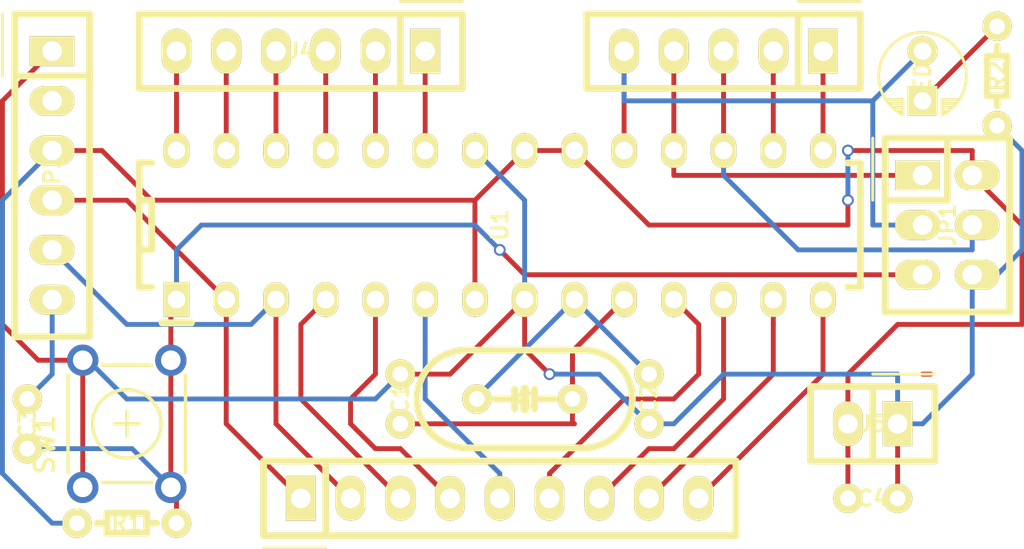
<source format=kicad_pcb>
(kicad_pcb (version 4) (host pcbnew 4.0.6-e0-6349~53~ubuntu16.04.1)

  (general
    (links 54)
    (no_connects 0)
    (area 0 0 0 0)
    (thickness 1.6)
    (drawings 0)
    (tracks 140)
    (zones 0)
    (modules 16)
    (nets 29)
  )

  (page A4)
  (layers
    (0 F.Cu signal)
    (31 B.Cu signal)
    (32 B.Adhes user)
    (33 F.Adhes user)
    (34 B.Paste user)
    (35 F.Paste user)
    (36 B.SilkS user)
    (37 F.SilkS user)
    (38 B.Mask user)
    (39 F.Mask user)
    (40 Dwgs.User user)
    (41 Cmts.User user)
    (42 Eco1.User user)
    (43 Eco2.User user)
    (44 Edge.Cuts user)
    (45 Margin user)
    (46 B.CrtYd user)
    (47 F.CrtYd user)
    (48 B.Fab user)
    (49 F.Fab user)
  )

  (setup
    (last_trace_width 0.25)
    (trace_clearance 0.2)
    (zone_clearance 0.508)
    (zone_45_only no)
    (trace_min 0.2)
    (segment_width 0.2)
    (edge_width 0.15)
    (via_size 0.6)
    (via_drill 0.4)
    (via_min_size 0.4)
    (via_min_drill 0.3)
    (uvia_size 0.3)
    (uvia_drill 0.1)
    (uvias_allowed no)
    (uvia_min_size 0.2)
    (uvia_min_drill 0.1)
    (pcb_text_width 0.3)
    (pcb_text_size 1.5 1.5)
    (mod_edge_width 0.15)
    (mod_text_size 1 1)
    (mod_text_width 0.15)
    (pad_size 1.524 1.524)
    (pad_drill 0.762)
    (pad_to_mask_clearance 0.2)
    (aux_axis_origin 0 0)
    (visible_elements FFFFFF7F)
    (pcbplotparams
      (layerselection 0x00030_80000001)
      (usegerberextensions false)
      (excludeedgelayer true)
      (linewidth 0.100000)
      (plotframeref false)
      (viasonmask false)
      (mode 1)
      (useauxorigin false)
      (hpglpennumber 1)
      (hpglpenspeed 20)
      (hpglpendiameter 15)
      (hpglpenoverlay 2)
      (psnegative false)
      (psa4output false)
      (plotreference true)
      (plotvalue true)
      (plotinvisibletext false)
      (padsonsilk false)
      (subtractmaskfromsilk false)
      (outputformat 1)
      (mirror false)
      (drillshape 1)
      (scaleselection 1)
      (outputdirectory ""))
  )

  (net 0 "")
  (net 1 GND)
  (net 2 "Net-(C1-Pad2)")
  (net 3 "Net-(C2-Pad2)")
  (net 4 /RESET)
  (net 5 /DTR)
  (net 6 VCC)
  (net 7 /TX)
  (net 8 /RX)
  (net 9 "Net-(J3-Pad3)")
  (net 10 "Net-(J3-Pad4)")
  (net 11 "Net-(J3-Pad5)")
  (net 12 "Net-(J3-Pad6)")
  (net 13 "Net-(J3-Pad7)")
  (net 14 "Net-(J3-Pad8)")
  (net 15 "Net-(J3-Pad9)")
  (net 16 /MOSI)
  (net 17 /MISO)
  (net 18 /SCK)
  (net 19 "Net-(J4-Pad1)")
  (net 20 "Net-(J4-Pad2)")
  (net 21 "Net-(J4-Pad3)")
  (net 22 "Net-(J4-Pad4)")
  (net 23 "Net-(J4-Pad5)")
  (net 24 "Net-(J4-Pad6)")
  (net 25 /CTS)
  (net 26 "Net-(LED1-Pad1)")
  (net 27 "Net-(J6-Pad1)")
  (net 28 "Net-(J6-Pad2)")

  (net_class Default "This is the default net class."
    (clearance 0.2)
    (trace_width 0.25)
    (via_dia 0.6)
    (via_drill 0.4)
    (uvia_dia 0.3)
    (uvia_drill 0.1)
    (add_net /CTS)
    (add_net /DTR)
    (add_net /MISO)
    (add_net /MOSI)
    (add_net /RESET)
    (add_net /RX)
    (add_net /SCK)
    (add_net /TX)
    (add_net GND)
    (add_net "Net-(C1-Pad2)")
    (add_net "Net-(C2-Pad2)")
    (add_net "Net-(J3-Pad3)")
    (add_net "Net-(J3-Pad4)")
    (add_net "Net-(J3-Pad5)")
    (add_net "Net-(J3-Pad6)")
    (add_net "Net-(J3-Pad7)")
    (add_net "Net-(J3-Pad8)")
    (add_net "Net-(J3-Pad9)")
    (add_net "Net-(J4-Pad1)")
    (add_net "Net-(J4-Pad2)")
    (add_net "Net-(J4-Pad3)")
    (add_net "Net-(J4-Pad4)")
    (add_net "Net-(J4-Pad5)")
    (add_net "Net-(J4-Pad6)")
    (add_net "Net-(J6-Pad1)")
    (add_net "Net-(J6-Pad2)")
    (add_net "Net-(LED1-Pad1)")
    (add_net VCC)
  )

  (module pth-passive:C-CER-3mm (layer F.Cu) (tedit 54CB153C) (tstamp 58F7E062)
    (at 143.51 125.73 270)
    (path /58F7C8A9)
    (fp_text reference C1 (at 0 0 270) (layer F.SilkS)
      (effects (font (size 0.8 0.8) (thickness 0.15)))
    )
    (fp_text value 22PF (at 0 0 270) (layer F.Fab)
      (effects (font (size 0.8 0.8) (thickness 0.15)))
    )
    (pad 1 thru_hole circle (at -1.27 0 270) (size 1.5 1.5) (drill 0.8) (layers *.Cu *.Mask F.SilkS)
      (net 1 GND))
    (pad 2 thru_hole circle (at 1.27 0 270) (size 1.5 1.5) (drill 0.8) (layers *.Cu *.Mask F.SilkS)
      (net 2 "Net-(C1-Pad2)"))
    (model capacitors/cnp_3mm_disc.wrl
      (at (xyz 0 0 0))
      (scale (xyz 1 1 1))
      (rotate (xyz 0 0 0))
    )
  )

  (module pth-passive:C-CER-3mm (layer F.Cu) (tedit 54CB153C) (tstamp 58F7E068)
    (at 156.21 125.73 90)
    (path /58F7CAB2)
    (fp_text reference C2 (at 0 0 90) (layer F.SilkS)
      (effects (font (size 0.8 0.8) (thickness 0.15)))
    )
    (fp_text value 22PF (at 0 0 90) (layer F.Fab)
      (effects (font (size 0.8 0.8) (thickness 0.15)))
    )
    (pad 1 thru_hole circle (at -1.27 0 90) (size 1.5 1.5) (drill 0.8) (layers *.Cu *.Mask F.SilkS)
      (net 1 GND))
    (pad 2 thru_hole circle (at 1.27 0 90) (size 1.5 1.5) (drill 0.8) (layers *.Cu *.Mask F.SilkS)
      (net 3 "Net-(C2-Pad2)"))
    (model capacitors/cnp_3mm_disc.wrl
      (at (xyz 0 0 0))
      (scale (xyz 1 1 1))
      (rotate (xyz 0 0 0))
    )
  )

  (module pth-passive:C-CER-3mm (layer F.Cu) (tedit 54CB153C) (tstamp 58F7E06E)
    (at 124.46 127 90)
    (path /58F7E5D6)
    (fp_text reference C3 (at 0 0 90) (layer F.SilkS)
      (effects (font (size 0.8 0.8) (thickness 0.15)))
    )
    (fp_text value .1uF (at 0 0 90) (layer F.Fab)
      (effects (font (size 0.8 0.8) (thickness 0.15)))
    )
    (pad 1 thru_hole circle (at -1.27 0 90) (size 1.5 1.5) (drill 0.8) (layers *.Cu *.Mask F.SilkS)
      (net 4 /RESET))
    (pad 2 thru_hole circle (at 1.27 0 90) (size 1.5 1.5) (drill 0.8) (layers *.Cu *.Mask F.SilkS)
      (net 5 /DTR))
    (model capacitors/cnp_3mm_disc.wrl
      (at (xyz 0 0 0))
      (scale (xyz 1 1 1))
      (rotate (xyz 0 0 0))
    )
  )

  (module pth-passive:C-CER-3mm (layer F.Cu) (tedit 54CB153C) (tstamp 58F7E074)
    (at 167.64 130.81)
    (path /58F80DFC)
    (fp_text reference C4 (at 0 0) (layer F.SilkS)
      (effects (font (size 0.8 0.8) (thickness 0.15)))
    )
    (fp_text value .1uF (at 0 0) (layer F.Fab)
      (effects (font (size 0.8 0.8) (thickness 0.15)))
    )
    (pad 1 thru_hole circle (at -1.27 0) (size 1.5 1.5) (drill 0.8) (layers *.Cu *.Mask F.SilkS)
      (net 6 VCC))
    (pad 2 thru_hole circle (at 1.27 0) (size 1.5 1.5) (drill 0.8) (layers *.Cu *.Mask F.SilkS)
      (net 1 GND))
    (model capacitors/cnp_3mm_disc.wrl
      (at (xyz 0 0 0))
      (scale (xyz 1 1 1))
      (rotate (xyz 0 0 0))
    )
  )

  (module conn-100mil:CONN-100MIL-M-1x6 (layer F.Cu) (tedit 54CEDF99) (tstamp 58F7E090)
    (at 138.43 107.95 180)
    (path /58F80607)
    (fp_text reference J4 (at 0 0 180) (layer F.SilkS)
      (effects (font (size 0.8 0.8) (thickness 0.15)))
    )
    (fp_text value A-OUT (at 0 0 180) (layer F.Fab)
      (effects (font (size 0.8 0.8) (thickness 0.15)))
    )
    (fp_line (start -8.255 -1.905) (end 8.255 -1.905) (layer F.CrtYd) (width 0.15))
    (fp_line (start 8.255 -1.905) (end 8.255 1.905) (layer F.CrtYd) (width 0.15))
    (fp_line (start 8.255 1.905) (end -8.255 1.905) (layer F.CrtYd) (width 0.15))
    (fp_line (start -8.255 1.905) (end -8.255 -1.905) (layer F.CrtYd) (width 0.15))
    (fp_line (start -8.255 -1.905) (end 8.255 -1.905) (layer F.Fab) (width 0.15))
    (fp_line (start 8.255 -1.905) (end 8.255 1.905) (layer F.Fab) (width 0.15))
    (fp_line (start 8.255 1.905) (end -8.255 1.905) (layer F.Fab) (width 0.15))
    (fp_line (start -8.255 1.905) (end -8.255 -1.905) (layer F.Fab) (width 0.15))
    (fp_line (start -8.255 -1.905) (end 8.255 -1.905) (layer F.SilkS) (width 0.35))
    (fp_line (start 8.255 -1.905) (end 8.255 1.905) (layer F.SilkS) (width 0.35))
    (fp_line (start 8.255 1.905) (end -8.255 1.905) (layer F.SilkS) (width 0.35))
    (fp_line (start -8.255 1.905) (end -8.255 -1.905) (layer F.SilkS) (width 0.35))
    (fp_line (start -5.08 -1.905) (end -5.08 1.905) (layer F.SilkS) (width 0.35))
    (fp_line (start -5.08 -1.905) (end -5.08 1.905) (layer F.Fab) (width 0.15))
    (fp_line (start -8.255 2.54) (end -5.08 2.54) (layer F.SilkS) (width 0.15))
    (pad 1 thru_hole rect (at -6.35 0 180) (size 1.524 2.286) (drill 1) (layers *.Cu *.Mask F.SilkS)
      (net 19 "Net-(J4-Pad1)"))
    (pad 2 thru_hole oval (at -3.81 0 180) (size 1.524 2.286) (drill 1) (layers *.Cu *.Mask F.SilkS)
      (net 20 "Net-(J4-Pad2)"))
    (pad 3 thru_hole oval (at -1.27 0 180) (size 1.524 2.286) (drill 1) (layers *.Cu *.Mask F.SilkS)
      (net 21 "Net-(J4-Pad3)"))
    (pad 4 thru_hole oval (at 1.27 0 180) (size 1.524 2.286) (drill 1) (layers *.Cu *.Mask F.SilkS)
      (net 22 "Net-(J4-Pad4)"))
    (pad 5 thru_hole oval (at 3.81 0 180) (size 1.524 2.286) (drill 1) (layers *.Cu *.Mask F.SilkS)
      (net 23 "Net-(J4-Pad5)"))
    (pad 6 thru_hole oval (at 6.35 0 180) (size 1.524 2.286) (drill 1) (layers *.Cu *.Mask F.SilkS)
      (net 24 "Net-(J4-Pad6)"))
    (model pin_strip/pin_strip_6.wrl
      (at (xyz 0 0 0))
      (scale (xyz 1 1 1))
      (rotate (xyz 0 0 0))
    )
  )

  (module conn-100mil:CONN-100MIL-F-1x2 (layer F.Cu) (tedit 54CEDF99) (tstamp 58F7E096)
    (at 167.64 127 180)
    (path /58F80B4F)
    (fp_text reference J5 (at 0 0 180) (layer F.SilkS)
      (effects (font (size 0.8 0.8) (thickness 0.15)))
    )
    (fp_text value P-OUT (at 0 0 180) (layer F.Fab)
      (effects (font (size 0.8 0.8) (thickness 0.15)))
    )
    (fp_line (start -3.175 -1.905) (end 3.175 -1.905) (layer F.CrtYd) (width 0.15))
    (fp_line (start 3.175 -1.905) (end 3.175 1.905) (layer F.CrtYd) (width 0.15))
    (fp_line (start 3.175 1.905) (end -3.175 1.905) (layer F.CrtYd) (width 0.15))
    (fp_line (start -3.175 1.905) (end -3.175 -1.905) (layer F.CrtYd) (width 0.15))
    (fp_line (start -3.175 -1.905) (end 3.175 -1.905) (layer F.Fab) (width 0.15))
    (fp_line (start 3.175 -1.905) (end 3.175 1.905) (layer F.Fab) (width 0.15))
    (fp_line (start 3.175 1.905) (end -3.175 1.905) (layer F.Fab) (width 0.15))
    (fp_line (start -3.175 1.905) (end -3.175 -1.905) (layer F.Fab) (width 0.15))
    (fp_line (start -3.175 -1.905) (end 3.175 -1.905) (layer F.SilkS) (width 0.35))
    (fp_line (start 3.175 -1.905) (end 3.175 1.905) (layer F.SilkS) (width 0.35))
    (fp_line (start 3.175 1.905) (end -3.175 1.905) (layer F.SilkS) (width 0.35))
    (fp_line (start -3.175 1.905) (end -3.175 -1.905) (layer F.SilkS) (width 0.35))
    (fp_line (start 0 -1.905) (end 0 1.905) (layer F.SilkS) (width 0.35))
    (fp_line (start 0 -1.905) (end 0 1.905) (layer F.Fab) (width 0.15))
    (fp_line (start -3.175 2.54) (end 0 2.54) (layer F.SilkS) (width 0.15))
    (pad 1 thru_hole rect (at -1.27 0 180) (size 1.524 2.286) (drill 1) (layers *.Cu *.Mask F.SilkS)
      (net 1 GND))
    (pad 2 thru_hole oval (at 1.27 0 180) (size 1.524 2.286) (drill 1) (layers *.Cu *.Mask F.SilkS)
      (net 6 VCC))
    (model pin_strip/pin_socket_2.wrl
      (at (xyz 0 0 0))
      (scale (xyz 1 1 1))
      (rotate (xyz 0 0 0))
    )
  )

  (module conn-100mil:CONN-100MIL-M-2x3 (layer F.Cu) (tedit 54CEDF99) (tstamp 58F7E0A0)
    (at 171.45 116.84 270)
    (path /58F7D2A7)
    (fp_text reference JP1 (at 0 0 270) (layer F.SilkS)
      (effects (font (size 0.8 0.8) (thickness 0.15)))
    )
    (fp_text value "AVR ISP" (at 0 0 270) (layer F.Fab)
      (effects (font (size 0.8 0.8) (thickness 0.15)))
    )
    (fp_line (start -4.445 -3.175) (end 4.445 -3.175) (layer F.CrtYd) (width 0.15))
    (fp_line (start 4.445 -3.175) (end 4.445 3.175) (layer F.CrtYd) (width 0.15))
    (fp_line (start 4.445 3.175) (end -4.445 3.175) (layer F.CrtYd) (width 0.15))
    (fp_line (start -4.445 3.175) (end -4.445 -3.175) (layer F.CrtYd) (width 0.15))
    (fp_line (start -4.445 -3.175) (end 4.445 -3.175) (layer F.Fab) (width 0.15))
    (fp_line (start 4.445 -3.175) (end 4.445 3.175) (layer F.Fab) (width 0.15))
    (fp_line (start 4.445 3.175) (end -4.445 3.175) (layer F.Fab) (width 0.15))
    (fp_line (start -4.445 3.175) (end -4.445 -3.175) (layer F.Fab) (width 0.15))
    (fp_line (start -4.445 -3.175) (end 4.445 -3.175) (layer F.SilkS) (width 0.35))
    (fp_line (start 4.445 -3.175) (end 4.445 3.175) (layer F.SilkS) (width 0.35))
    (fp_line (start 4.445 3.175) (end -4.445 3.175) (layer F.SilkS) (width 0.35))
    (fp_line (start -4.445 3.175) (end -4.445 -3.175) (layer F.SilkS) (width 0.35))
    (fp_line (start -4.445 0) (end -1.27 0) (layer F.SilkS) (width 0.35))
    (fp_line (start -1.27 0) (end -1.27 3.175) (layer F.SilkS) (width 0.35))
    (fp_line (start -4.445 0) (end -1.27 0) (layer F.Fab) (width 0.15))
    (fp_line (start -1.27 0) (end -1.27 3.175) (layer F.Fab) (width 0.15))
    (fp_line (start -4.445 3.81) (end -1.27 3.81) (layer F.SilkS) (width 0.15))
    (pad 1 thru_hole rect (at -2.54 1.27 270) (size 1.524 2.286) (drill 1 (offset 0 0.254)) (layers *.Cu *.Mask F.SilkS)
      (net 17 /MISO))
    (pad 3 thru_hole oval (at 0 1.27 270) (size 1.524 2.286) (drill 1 (offset 0 0.254)) (layers *.Cu *.Mask F.SilkS)
      (net 18 /SCK))
    (pad 5 thru_hole oval (at 2.54 1.27 270) (size 1.524 2.286) (drill 1 (offset 0 0.254)) (layers *.Cu *.Mask F.SilkS)
      (net 4 /RESET))
    (pad 2 thru_hole oval (at -2.54 -1.27 270) (size 1.524 2.286) (drill 1 (offset 0 -0.254)) (layers *.Cu *.Mask F.SilkS)
      (net 6 VCC))
    (pad 4 thru_hole oval (at 0 -1.27 270) (size 1.524 2.286) (drill 1 (offset 0 -0.254)) (layers *.Cu *.Mask F.SilkS)
      (net 16 /MOSI))
    (pad 6 thru_hole oval (at 2.54 -1.27 270) (size 1.524 2.286) (drill 1 (offset 0 -0.254)) (layers *.Cu *.Mask F.SilkS)
      (net 1 GND))
    (model pin_strip/pin_strip_3x2.wrl
      (at (xyz 0 0 0))
      (scale (xyz 1 1 1))
      (rotate (xyz 0 0 0))
    )
  )

  (module conn-100mil:CONN-100MIL-M-1x6 (layer F.Cu) (tedit 54CEDF99) (tstamp 58F7E0AA)
    (at 125.73 114.3 270)
    (path /58F7D85E)
    (fp_text reference JP2 (at 0 0 270) (layer F.SilkS)
      (effects (font (size 0.8 0.8) (thickness 0.15)))
    )
    (fp_text value FTDI (at 0 0 270) (layer F.Fab)
      (effects (font (size 0.8 0.8) (thickness 0.15)))
    )
    (fp_line (start -8.255 -1.905) (end 8.255 -1.905) (layer F.CrtYd) (width 0.15))
    (fp_line (start 8.255 -1.905) (end 8.255 1.905) (layer F.CrtYd) (width 0.15))
    (fp_line (start 8.255 1.905) (end -8.255 1.905) (layer F.CrtYd) (width 0.15))
    (fp_line (start -8.255 1.905) (end -8.255 -1.905) (layer F.CrtYd) (width 0.15))
    (fp_line (start -8.255 -1.905) (end 8.255 -1.905) (layer F.Fab) (width 0.15))
    (fp_line (start 8.255 -1.905) (end 8.255 1.905) (layer F.Fab) (width 0.15))
    (fp_line (start 8.255 1.905) (end -8.255 1.905) (layer F.Fab) (width 0.15))
    (fp_line (start -8.255 1.905) (end -8.255 -1.905) (layer F.Fab) (width 0.15))
    (fp_line (start -8.255 -1.905) (end 8.255 -1.905) (layer F.SilkS) (width 0.35))
    (fp_line (start 8.255 -1.905) (end 8.255 1.905) (layer F.SilkS) (width 0.35))
    (fp_line (start 8.255 1.905) (end -8.255 1.905) (layer F.SilkS) (width 0.35))
    (fp_line (start -8.255 1.905) (end -8.255 -1.905) (layer F.SilkS) (width 0.35))
    (fp_line (start -5.08 -1.905) (end -5.08 1.905) (layer F.SilkS) (width 0.35))
    (fp_line (start -5.08 -1.905) (end -5.08 1.905) (layer F.Fab) (width 0.15))
    (fp_line (start -8.255 2.54) (end -5.08 2.54) (layer F.SilkS) (width 0.15))
    (pad 1 thru_hole rect (at -6.35 0 270) (size 1.524 2.286) (drill 1) (layers *.Cu *.Mask F.SilkS)
      (net 1 GND))
    (pad 2 thru_hole oval (at -3.81 0 270) (size 1.524 2.286) (drill 1) (layers *.Cu *.Mask F.SilkS)
      (net 25 /CTS))
    (pad 3 thru_hole oval (at -1.27 0 270) (size 1.524 2.286) (drill 1) (layers *.Cu *.Mask F.SilkS)
      (net 6 VCC))
    (pad 4 thru_hole oval (at 1.27 0 270) (size 1.524 2.286) (drill 1) (layers *.Cu *.Mask F.SilkS)
      (net 7 /TX))
    (pad 5 thru_hole oval (at 3.81 0 270) (size 1.524 2.286) (drill 1) (layers *.Cu *.Mask F.SilkS)
      (net 8 /RX))
    (pad 6 thru_hole oval (at 6.35 0 270) (size 1.524 2.286) (drill 1) (layers *.Cu *.Mask F.SilkS)
      (net 5 /DTR))
    (model pin_strip/pin_strip_6.wrl
      (at (xyz 0 0 0))
      (scale (xyz 1 1 1))
      (rotate (xyz 0 0 0))
    )
  )

  (module pth-semi:LED-5mm (layer F.Cu) (tedit 54CBD3F6) (tstamp 58F7E0B0)
    (at 170.18 109.22 90)
    (path /58F7EBC8)
    (fp_text reference LED1 (at 0 0 90) (layer F.SilkS)
      (effects (font (size 0.8 0.8) (thickness 0.15)))
    )
    (fp_text value LED (at 0 0 90) (layer F.Fab)
      (effects (font (size 0.8 0.8) (thickness 0.15)))
    )
    (fp_line (start -1.4 1) (end -1.2 1) (layer F.SilkS) (width 0.15))
    (fp_line (start -1.2 1) (end -1.2 1.8) (layer F.SilkS) (width 0.15))
    (fp_line (start -1.6 1) (end -1.4 1) (layer F.SilkS) (width 0.15))
    (fp_line (start -1.4 1) (end -1.4 1.7) (layer F.SilkS) (width 0.15))
    (fp_line (start -1.8 1) (end -1.6 1) (layer F.SilkS) (width 0.15))
    (fp_line (start -1.6 1) (end -1.6 1.5) (layer F.SilkS) (width 0.15))
    (fp_line (start -2 1) (end -1.8 1) (layer F.SilkS) (width 0.15))
    (fp_line (start -1.8 1) (end -1.8 1.3) (layer F.SilkS) (width 0.15))
    (fp_line (start -1.4 -1) (end -1.2 -1) (layer F.SilkS) (width 0.15))
    (fp_line (start -1.2 -1) (end -1.2 -1.8) (layer F.SilkS) (width 0.15))
    (fp_line (start -1.6 -1) (end -1.4 -1) (layer F.SilkS) (width 0.15))
    (fp_line (start -1.4 -1) (end -1.4 -1.7) (layer F.SilkS) (width 0.15))
    (fp_line (start -1.8 -1) (end -1.6 -1) (layer F.SilkS) (width 0.15))
    (fp_line (start -1.6 -1) (end -1.6 -1.5) (layer F.SilkS) (width 0.15))
    (fp_line (start -2 -1) (end -1.8 -1) (layer F.SilkS) (width 0.15))
    (fp_line (start -1.8 -1) (end -1.8 -1.3) (layer F.SilkS) (width 0.15))
    (fp_line (start -1.5 -1.5) (end -1.5 1.5) (layer F.Fab) (width 0.15))
    (fp_line (start -1.75 -1.25) (end -1.75 1.25) (layer F.Fab) (width 0.15))
    (fp_line (start -2 -1) (end -2 1) (layer F.Fab) (width 0.15))
    (fp_arc (start 0 0) (end -2 -1) (angle 306.9) (layer F.Fab) (width 0.15))
    (fp_arc (start 0 0) (end -2 -1) (angle 306.9) (layer F.SilkS) (width 0.15))
    (fp_circle (center 0 0) (end 2.75 0) (layer F.CrtYd) (width 0.15))
    (pad 1 thru_hole rect (at -1.27 0 270) (size 1.524 1.524) (drill 0.889) (layers *.Cu *.Mask F.SilkS)
      (net 26 "Net-(LED1-Pad1)"))
    (pad 2 thru_hole circle (at 1.27 0 270) (size 1.524 1.524) (drill 0.889) (layers *.Cu *.Mask F.SilkS)
      (net 18 /SCK))
    (model indicators/led_5mm_red.wrl
      (at (xyz 0 0 0))
      (scale (xyz 1 1 1))
      (rotate (xyz 0 0 90))
    )
  )

  (module pth-passive:R-125mW (layer F.Cu) (tedit 54CBBC00) (tstamp 58F7E0B6)
    (at 129.54 132.08 180)
    (path /58F7CCAF)
    (fp_text reference R1 (at 0 0 180) (layer F.SilkS)
      (effects (font (size 0.8 0.8) (thickness 0.15)))
    )
    (fp_text value 10K (at 0 0 180) (layer F.Fab)
      (effects (font (size 0.8 0.8) (thickness 0.15)))
    )
    (fp_line (start 1.016 0) (end 1.524 0) (layer F.SilkS) (width 0.35))
    (fp_line (start -1.524 0) (end -1.016 0) (layer F.SilkS) (width 0.35))
    (fp_line (start -1.016 -0.508) (end -1.016 0.508) (layer F.SilkS) (width 0.35))
    (fp_line (start -1.016 0.508) (end 1.016 0.508) (layer F.SilkS) (width 0.35))
    (fp_line (start 1.016 0.508) (end 1.016 -0.508) (layer F.SilkS) (width 0.35))
    (fp_line (start 1.016 -0.508) (end -1.016 -0.508) (layer F.SilkS) (width 0.35))
    (pad 1 thru_hole circle (at -2.54 0 180) (size 1.5 1.5) (drill 0.8) (layers *.Cu *.Mask F.SilkS)
      (net 4 /RESET))
    (pad 2 thru_hole circle (at 2.54 0 180) (size 1.5 1.5) (drill 0.8) (layers *.Cu *.Mask F.SilkS)
      (net 6 VCC))
    (model pth_resistors/rc03.wrl
      (at (xyz 0 0 0))
      (scale (xyz 0.65 0.65 0.65))
      (rotate (xyz 0 0 0))
    )
  )

  (module pth-passive:R-125mW (layer F.Cu) (tedit 54CBBC00) (tstamp 58F7E0BC)
    (at 173.99 109.22 90)
    (path /58F7ECFA)
    (fp_text reference R2 (at 0 0 90) (layer F.SilkS)
      (effects (font (size 0.8 0.8) (thickness 0.15)))
    )
    (fp_text value 200 (at 0 0 90) (layer F.Fab)
      (effects (font (size 0.8 0.8) (thickness 0.15)))
    )
    (fp_line (start 1.016 0) (end 1.524 0) (layer F.SilkS) (width 0.35))
    (fp_line (start -1.524 0) (end -1.016 0) (layer F.SilkS) (width 0.35))
    (fp_line (start -1.016 -0.508) (end -1.016 0.508) (layer F.SilkS) (width 0.35))
    (fp_line (start -1.016 0.508) (end 1.016 0.508) (layer F.SilkS) (width 0.35))
    (fp_line (start 1.016 0.508) (end 1.016 -0.508) (layer F.SilkS) (width 0.35))
    (fp_line (start 1.016 -0.508) (end -1.016 -0.508) (layer F.SilkS) (width 0.35))
    (pad 1 thru_hole circle (at -2.54 0 90) (size 1.5 1.5) (drill 0.8) (layers *.Cu *.Mask F.SilkS)
      (net 1 GND))
    (pad 2 thru_hole circle (at 2.54 0 90) (size 1.5 1.5) (drill 0.8) (layers *.Cu *.Mask F.SilkS)
      (net 26 "Net-(LED1-Pad1)"))
    (model pth_resistors/rc03.wrl
      (at (xyz 0 0 0))
      (scale (xyz 0.65 0.65 0.65))
      (rotate (xyz 0 0 0))
    )
  )

  (module switches:B3F-10XX (layer F.Cu) (tedit 54E1651B) (tstamp 58F7E0C4)
    (at 129.54 127 90)
    (descr "Tactile switch - SPST - 6mm")
    (tags "tactile switch")
    (path /58F7D67F)
    (fp_text reference SW1 (at -2.7 -3.6 90) (layer F.SilkS)
      (effects (font (size 1 1) (thickness 0.18)) (justify left bottom))
    )
    (fp_text value SPST (at 0 4.3 90) (layer F.SilkS) hide
      (effects (font (size 1 1) (thickness 0.15)))
    )
    (fp_line (start -3.5 -3.5) (end 3.5 -3.5) (layer F.CrtYd) (width 0.05))
    (fp_line (start 3.5 -3.5) (end 3.5 3.5) (layer F.CrtYd) (width 0.05))
    (fp_line (start 3.5 3.5) (end -3.5 3.5) (layer F.CrtYd) (width 0.05))
    (fp_line (start -3.5 3.5) (end -3.5 -3.5) (layer F.CrtYd) (width 0.05))
    (fp_line (start -3 1.25) (end -3 -1.25) (layer F.SilkS) (width 0.18))
    (fp_line (start -2.5 3) (end 2.5 3) (layer F.SilkS) (width 0.18))
    (fp_line (start -2.5 -3) (end 2.5 -3) (layer F.SilkS) (width 0.18))
    (fp_line (start 3 1.25) (end 3 -1.25) (layer F.SilkS) (width 0.18))
    (fp_circle (center 0 0) (end 1.75 0) (layer F.SilkS) (width 0.18))
    (fp_line (start -0.635 0) (end 0.635 0) (layer F.SilkS) (width 0.18))
    (fp_line (start 0 -0.635) (end 0 0.635) (layer F.SilkS) (width 0.18))
    (pad 1 thru_hole circle (at -3.25 2.25 90) (size 1.6 1.6) (drill 1) (layers *.Cu *.Mask)
      (net 4 /RESET))
    (pad 1 thru_hole circle (at 3.25 2.25 90) (size 1.6 1.6) (drill 1) (layers *.Cu *.Mask)
      (net 4 /RESET))
    (pad 2 thru_hole circle (at 3.25 -2.25 90) (size 1.6 1.6) (drill 1) (layers *.Cu *.Mask)
      (net 1 GND))
    (pad 2 thru_hole circle (at -3.25 -2.25 90) (size 1.6 1.6) (drill 1) (layers *.Cu *.Mask)
      (net 1 GND))
  )

  (module dip-sip:DIP-28 (layer F.Cu) (tedit 54CEECA5) (tstamp 58F7E0E4)
    (at 148.59 116.84 90)
    (path /58F7C782)
    (fp_text reference U1 (at 0 0 90) (layer F.SilkS)
      (effects (font (size 0.8 0.8) (thickness 0.15)))
    )
    (fp_text value ATMEGA328-PU (at 0 0 90) (layer F.Fab)
      (effects (font (size 0.8 0.8) (thickness 0.15)))
    )
    (fp_line (start -4 -19) (end -4 -18) (layer F.Fab) (width 0.15))
    (fp_line (start -4 -18) (end -5 -18) (layer F.Fab) (width 0.15))
    (fp_line (start -5 -19) (end 5 -19) (layer F.Fab) (width 0.15))
    (fp_line (start 5 -19) (end 5 19) (layer F.Fab) (width 0.15))
    (fp_line (start 5 19) (end -5 19) (layer F.Fab) (width 0.15))
    (fp_line (start -5 19) (end -5 -19) (layer F.Fab) (width 0.15))
    (fp_line (start -5 -19) (end 5 -19) (layer F.CrtYd) (width 0.15))
    (fp_line (start 5 -19) (end 5 19) (layer F.CrtYd) (width 0.15))
    (fp_line (start 5 19) (end -5 19) (layer F.CrtYd) (width 0.15))
    (fp_line (start -5 19) (end -5 -19) (layer F.CrtYd) (width 0.15))
    (fp_line (start -5 -17.25) (end -5 -15.75) (layer F.SilkS) (width 0.35))
    (fp_line (start -3.175 17.78) (end -3.175 18.415) (layer F.SilkS) (width 0.35))
    (fp_line (start -3.175 18.415) (end 3.175 18.415) (layer F.SilkS) (width 0.35))
    (fp_line (start 3.175 18.415) (end 3.175 17.78) (layer F.SilkS) (width 0.35))
    (fp_line (start -1.27 -17.78) (end -1.27 -18.415) (layer F.SilkS) (width 0.35))
    (fp_line (start -1.27 -18.415) (end -1.27 -17.78) (layer F.SilkS) (width 0.35))
    (fp_line (start -1.27 -17.78) (end 1.27 -17.78) (layer F.SilkS) (width 0.35))
    (fp_line (start 1.27 -17.78) (end 1.27 -18.415) (layer F.SilkS) (width 0.35))
    (fp_line (start -3.175 -17.78) (end -3.175 -18.415) (layer F.SilkS) (width 0.35))
    (fp_line (start -3.175 -18.415) (end 3.175 -18.415) (layer F.SilkS) (width 0.35))
    (fp_line (start 3.175 -18.415) (end 3.175 -17.78) (layer F.SilkS) (width 0.35))
    (pad 1 thru_hole rect (at -3.81 -16.51 90) (size 1.778 1.3) (drill 0.9) (layers *.Cu *.Mask F.SilkS)
      (net 4 /RESET))
    (pad 2 thru_hole oval (at -3.81 -13.97 90) (size 1.778 1.3) (drill 0.9) (layers *.Cu *.Mask F.SilkS)
      (net 7 /TX))
    (pad 3 thru_hole oval (at -3.81 -11.43 90) (size 1.778 1.3) (drill 0.9) (layers *.Cu *.Mask F.SilkS)
      (net 8 /RX))
    (pad 4 thru_hole oval (at -3.81 -8.89 90) (size 1.778 1.3) (drill 0.9) (layers *.Cu *.Mask F.SilkS)
      (net 9 "Net-(J3-Pad3)"))
    (pad 5 thru_hole oval (at -3.81 -6.35 90) (size 1.778 1.3) (drill 0.9) (layers *.Cu *.Mask F.SilkS)
      (net 10 "Net-(J3-Pad4)"))
    (pad 6 thru_hole oval (at -3.81 -3.81 90) (size 1.778 1.3) (drill 0.9) (layers *.Cu *.Mask F.SilkS)
      (net 11 "Net-(J3-Pad5)"))
    (pad 7 thru_hole oval (at -3.81 -1.27 90) (size 1.778 1.3) (drill 0.9) (layers *.Cu *.Mask F.SilkS)
      (net 6 VCC))
    (pad 8 thru_hole oval (at -3.81 1.27 90) (size 1.778 1.3) (drill 0.9) (layers *.Cu *.Mask F.SilkS)
      (net 1 GND))
    (pad 9 thru_hole oval (at -3.81 3.81 90) (size 1.778 1.3) (drill 0.9) (layers *.Cu *.Mask F.SilkS)
      (net 3 "Net-(C2-Pad2)"))
    (pad 10 thru_hole oval (at -3.81 6.35 90) (size 1.778 1.3) (drill 0.9) (layers *.Cu *.Mask F.SilkS)
      (net 2 "Net-(C1-Pad2)"))
    (pad 11 thru_hole oval (at -3.81 8.89 90) (size 1.778 1.3) (drill 0.9) (layers *.Cu *.Mask F.SilkS)
      (net 12 "Net-(J3-Pad6)"))
    (pad 12 thru_hole oval (at -3.81 11.43 90) (size 1.778 1.3) (drill 0.9) (layers *.Cu *.Mask F.SilkS)
      (net 13 "Net-(J3-Pad7)"))
    (pad 13 thru_hole oval (at -3.81 13.97 90) (size 1.778 1.3) (drill 0.9) (layers *.Cu *.Mask F.SilkS)
      (net 14 "Net-(J3-Pad8)"))
    (pad 14 thru_hole oval (at -3.81 16.51 90) (size 1.778 1.3) (drill 0.9) (layers *.Cu *.Mask F.SilkS)
      (net 15 "Net-(J3-Pad9)"))
    (pad 15 thru_hole oval (at 3.81 16.51 90) (size 1.778 1.3) (drill 0.9) (layers *.Cu *.Mask F.SilkS)
      (net 27 "Net-(J6-Pad1)"))
    (pad 16 thru_hole oval (at 3.81 13.97 90) (size 1.778 1.3) (drill 0.9) (layers *.Cu *.Mask F.SilkS)
      (net 28 "Net-(J6-Pad2)"))
    (pad 17 thru_hole oval (at 3.81 11.43 90) (size 1.778 1.3) (drill 0.9) (layers *.Cu *.Mask F.SilkS)
      (net 16 /MOSI))
    (pad 18 thru_hole oval (at 3.81 8.89 90) (size 1.778 1.3) (drill 0.9) (layers *.Cu *.Mask F.SilkS)
      (net 17 /MISO))
    (pad 19 thru_hole oval (at 3.81 6.35 90) (size 1.778 1.3) (drill 0.9) (layers *.Cu *.Mask F.SilkS)
      (net 18 /SCK))
    (pad 20 thru_hole oval (at 3.81 3.81 90) (size 1.778 1.3) (drill 0.9) (layers *.Cu *.Mask F.SilkS)
      (net 6 VCC))
    (pad 21 thru_hole oval (at 3.81 1.27 90) (size 1.778 1.3) (drill 0.9) (layers *.Cu *.Mask F.SilkS)
      (net 6 VCC))
    (pad 22 thru_hole oval (at 3.81 -1.27 90) (size 1.778 1.3) (drill 0.9) (layers *.Cu *.Mask F.SilkS)
      (net 1 GND))
    (pad 23 thru_hole oval (at 3.81 -3.81 90) (size 1.778 1.3) (drill 0.9) (layers *.Cu *.Mask F.SilkS)
      (net 19 "Net-(J4-Pad1)"))
    (pad 24 thru_hole oval (at 3.81 -6.35 90) (size 1.778 1.3) (drill 0.9) (layers *.Cu *.Mask F.SilkS)
      (net 20 "Net-(J4-Pad2)"))
    (pad 25 thru_hole oval (at 3.81 -8.89 90) (size 1.778 1.3) (drill 0.9) (layers *.Cu *.Mask F.SilkS)
      (net 21 "Net-(J4-Pad3)"))
    (pad 26 thru_hole oval (at 3.81 -11.43 90) (size 1.778 1.3) (drill 0.9) (layers *.Cu *.Mask F.SilkS)
      (net 22 "Net-(J4-Pad4)"))
    (pad 27 thru_hole oval (at 3.81 -13.97 90) (size 1.778 1.3) (drill 0.9) (layers *.Cu *.Mask F.SilkS)
      (net 23 "Net-(J4-Pad5)"))
    (pad 28 thru_hole oval (at 3.81 -16.51 90) (size 1.778 1.3) (drill 0.9) (layers *.Cu *.Mask F.SilkS)
      (net 24 "Net-(J4-Pad6)"))
    (model pth_circuits/dil_28-300.wrl
      (at (xyz 0 0 0))
      (scale (xyz 1 1 1))
      (rotate (xyz 0 0 90))
    )
  )

  (module pth-passive:XTAL-HC49US (layer F.Cu) (tedit 54CB107E) (tstamp 58F7E0EA)
    (at 149.86 125.73)
    (path /58F7CD1A)
    (fp_text reference X1 (at 0 0) (layer F.SilkS)
      (effects (font (size 0.8 0.8) (thickness 0.15)))
    )
    (fp_text value 16MHZ (at 0 0) (layer F.Fab)
      (effects (font (size 0.8 0.8) (thickness 0.15)))
    )
    (fp_line (start -3 2.5) (end 3 2.5) (layer F.Fab) (width 0.35))
    (fp_line (start 3 -2.5) (end -3 -2.5) (layer F.Fab) (width 0.35))
    (fp_arc (start -3 0) (end -5.5 0) (angle 90) (layer F.Fab) (width 0.35))
    (fp_arc (start -3 0) (end -3 2.5) (angle 90) (layer F.Fab) (width 0.35))
    (fp_arc (start 3 0) (end 5.5 0) (angle 90) (layer F.Fab) (width 0.35))
    (fp_arc (start 3 0) (end 3 -2.5) (angle 90) (layer F.Fab) (width 0.35))
    (fp_line (start -0.508 0) (end -1.524 0) (layer F.SilkS) (width 0.35))
    (fp_line (start 0.508 0) (end 1.524 0) (layer F.SilkS) (width 0.35))
    (fp_line (start 0.508 -0.508) (end 0.508 0.508) (layer F.SilkS) (width 0.35))
    (fp_line (start -0.508 -0.508) (end -0.508 0.508) (layer F.SilkS) (width 0.35))
    (fp_line (start 0 -0.508) (end 0 0.508) (layer F.SilkS) (width 0.45))
    (fp_line (start 2.99974 -2.49936) (end -2.99974 -2.49936) (layer F.SilkS) (width 0.35))
    (fp_line (start -2.99974 2.49936) (end 2.99974 2.49936) (layer F.SilkS) (width 0.35))
    (fp_arc (start 2.99974 0) (end 5.4991 0) (angle 90) (layer F.SilkS) (width 0.35))
    (fp_arc (start 2.99974 0) (end 2.99974 -2.49936) (angle 90) (layer F.SilkS) (width 0.35))
    (fp_arc (start -2.99974 0) (end -2.99974 2.49936) (angle 90) (layer F.SilkS) (width 0.35))
    (fp_arc (start -2.99974 0) (end -5.4991 0) (angle 90) (layer F.SilkS) (width 0.35))
    (pad 1 thru_hole circle (at -2.44094 0) (size 1.5 1.5) (drill 0.8) (layers *.Cu *.Mask F.SilkS)
      (net 3 "Net-(C2-Pad2)"))
    (pad 2 thru_hole circle (at 2.44094 0) (size 1.5 1.5) (drill 0.8) (layers *.Cu *.Mask F.SilkS)
      (net 2 "Net-(C1-Pad2)"))
    (model crystal/crystal_hc-49s.wrl
      (at (xyz 0 0 0))
      (scale (xyz 1 1 1))
      (rotate (xyz 0 0 0))
    )
  )

  (module conn-100mil:CONN-100MIL-M-1x5 (layer F.Cu) (tedit 54CEDF99) (tstamp 58FA67AB)
    (at 160.02 107.95 180)
    (path /58FA6D77)
    (fp_text reference J6 (at 0 0 180) (layer F.SilkS)
      (effects (font (size 0.8 0.8) (thickness 0.15)))
    )
    (fp_text value D-OUT2 (at 0 0 180) (layer F.Fab)
      (effects (font (size 0.8 0.8) (thickness 0.15)))
    )
    (fp_line (start -6.985 -1.905) (end 6.985 -1.905) (layer F.CrtYd) (width 0.15))
    (fp_line (start 6.985 -1.905) (end 6.985 1.905) (layer F.CrtYd) (width 0.15))
    (fp_line (start 6.985 1.905) (end -6.985 1.905) (layer F.CrtYd) (width 0.15))
    (fp_line (start -6.985 1.905) (end -6.985 -1.905) (layer F.CrtYd) (width 0.15))
    (fp_line (start -6.985 -1.905) (end 6.985 -1.905) (layer F.Fab) (width 0.15))
    (fp_line (start 6.985 -1.905) (end 6.985 1.905) (layer F.Fab) (width 0.15))
    (fp_line (start 6.985 1.905) (end -6.985 1.905) (layer F.Fab) (width 0.15))
    (fp_line (start -6.985 1.905) (end -6.985 -1.905) (layer F.Fab) (width 0.15))
    (fp_line (start -6.985 -1.905) (end 6.985 -1.905) (layer F.SilkS) (width 0.35))
    (fp_line (start 6.985 -1.905) (end 6.985 1.905) (layer F.SilkS) (width 0.35))
    (fp_line (start 6.985 1.905) (end -6.985 1.905) (layer F.SilkS) (width 0.35))
    (fp_line (start -6.985 1.905) (end -6.985 -1.905) (layer F.SilkS) (width 0.35))
    (fp_line (start -3.81 -1.905) (end -3.81 1.905) (layer F.SilkS) (width 0.35))
    (fp_line (start -3.81 -1.905) (end -3.81 1.905) (layer F.Fab) (width 0.15))
    (fp_line (start -6.985 2.54) (end -3.81 2.54) (layer F.SilkS) (width 0.15))
    (pad 1 thru_hole rect (at -5.08 0 180) (size 1.524 2.286) (drill 1) (layers *.Cu *.Mask F.SilkS)
      (net 27 "Net-(J6-Pad1)"))
    (pad 2 thru_hole oval (at -2.54 0 180) (size 1.524 2.286) (drill 1) (layers *.Cu *.Mask F.SilkS)
      (net 28 "Net-(J6-Pad2)"))
    (pad 3 thru_hole oval (at 0 0 180) (size 1.524 2.286) (drill 1) (layers *.Cu *.Mask F.SilkS)
      (net 16 /MOSI))
    (pad 4 thru_hole oval (at 2.54 0 180) (size 1.524 2.286) (drill 1) (layers *.Cu *.Mask F.SilkS)
      (net 17 /MISO))
    (pad 5 thru_hole oval (at 5.08 0 180) (size 1.524 2.286) (drill 1) (layers *.Cu *.Mask F.SilkS)
      (net 18 /SCK))
    (model pin_strip/pin_strip_5.wrl
      (at (xyz 0 0 0))
      (scale (xyz 1 1 1))
      (rotate (xyz 0 0 0))
    )
  )

  (module conn-100mil:CONN-100MIL-M-1x9 (layer F.Cu) (tedit 54CEDF99) (tstamp 58FA67E9)
    (at 148.59 130.81)
    (path /58FA76BC)
    (fp_text reference J3 (at 0 0) (layer F.SilkS)
      (effects (font (size 0.8 0.8) (thickness 0.15)))
    )
    (fp_text value D-OUT1 (at 0 0) (layer F.Fab)
      (effects (font (size 0.8 0.8) (thickness 0.15)))
    )
    (fp_line (start -12.065 -1.905) (end 12.065 -1.905) (layer F.CrtYd) (width 0.15))
    (fp_line (start 12.065 -1.905) (end 12.065 1.905) (layer F.CrtYd) (width 0.15))
    (fp_line (start 12.065 1.905) (end -12.065 1.905) (layer F.CrtYd) (width 0.15))
    (fp_line (start -12.065 1.905) (end -12.065 -1.905) (layer F.CrtYd) (width 0.15))
    (fp_line (start -12.065 -1.905) (end 12.065 -1.905) (layer F.Fab) (width 0.15))
    (fp_line (start 12.065 -1.905) (end 12.065 1.905) (layer F.Fab) (width 0.15))
    (fp_line (start 12.065 1.905) (end -12.065 1.905) (layer F.Fab) (width 0.15))
    (fp_line (start -12.065 1.905) (end -12.065 -1.905) (layer F.Fab) (width 0.15))
    (fp_line (start -12.065 -1.905) (end 12.065 -1.905) (layer F.SilkS) (width 0.35))
    (fp_line (start 12.065 -1.905) (end 12.065 1.905) (layer F.SilkS) (width 0.35))
    (fp_line (start 12.065 1.905) (end -12.065 1.905) (layer F.SilkS) (width 0.35))
    (fp_line (start -12.065 1.905) (end -12.065 -1.905) (layer F.SilkS) (width 0.35))
    (fp_line (start -8.89 -1.905) (end -8.89 1.905) (layer F.SilkS) (width 0.35))
    (fp_line (start -8.89 -1.905) (end -8.89 1.905) (layer F.Fab) (width 0.15))
    (fp_line (start -12.065 2.54) (end -8.89 2.54) (layer F.SilkS) (width 0.15))
    (pad 1 thru_hole rect (at -10.16 0) (size 1.524 2.286) (drill 1) (layers *.Cu *.Mask F.SilkS)
      (net 7 /TX))
    (pad 2 thru_hole oval (at -7.62 0) (size 1.524 2.286) (drill 1) (layers *.Cu *.Mask F.SilkS)
      (net 8 /RX))
    (pad 3 thru_hole oval (at -5.08 0) (size 1.524 2.286) (drill 1) (layers *.Cu *.Mask F.SilkS)
      (net 9 "Net-(J3-Pad3)"))
    (pad 4 thru_hole oval (at -2.54 0) (size 1.524 2.286) (drill 1) (layers *.Cu *.Mask F.SilkS)
      (net 10 "Net-(J3-Pad4)"))
    (pad 5 thru_hole oval (at 0 0) (size 1.524 2.286) (drill 1) (layers *.Cu *.Mask F.SilkS)
      (net 11 "Net-(J3-Pad5)"))
    (pad 6 thru_hole oval (at 2.54 0) (size 1.524 2.286) (drill 1) (layers *.Cu *.Mask F.SilkS)
      (net 12 "Net-(J3-Pad6)"))
    (pad 7 thru_hole oval (at 5.08 0) (size 1.524 2.286) (drill 1) (layers *.Cu *.Mask F.SilkS)
      (net 13 "Net-(J3-Pad7)"))
    (pad 8 thru_hole oval (at 7.62 0) (size 1.524 2.286) (drill 1) (layers *.Cu *.Mask F.SilkS)
      (net 14 "Net-(J3-Pad8)"))
    (pad 9 thru_hole oval (at 10.16 0) (size 1.524 2.286) (drill 1) (layers *.Cu *.Mask F.SilkS)
      (net 15 "Net-(J3-Pad9)"))
    (model pin_strip/pin_strip_9.wrl
      (at (xyz 0 0 0))
      (scale (xyz 1 1 1))
      (rotate (xyz 0 0 0))
    )
  )

  (segment (start 170.18 124.46) (end 170.6 124.46) (width 0.25) (layer F.Cu) (net 0))
  (segment (start 172.72 119.38) (end 173.99 119.38) (width 0.25) (layer B.Cu) (net 1) (status C00000))
  (segment (start 173.99 119.38) (end 175.26 118.11) (width 0.25) (layer B.Cu) (net 1) (tstamp 58FA6BF9) (status 400000))
  (segment (start 175.26 113.03) (end 173.99 111.76) (width 0.25) (layer B.Cu) (net 1) (tstamp 58FA6BFD) (status 800000))
  (segment (start 175.26 118.11) (end 175.26 113.03) (width 0.25) (layer B.Cu) (net 1) (tstamp 58FA6BFB))
  (segment (start 168.91 127) (end 170.18 127) (width 0.25) (layer B.Cu) (net 1) (status 400000))
  (segment (start 172.72 124.46) (end 172.72 119.38) (width 0.25) (layer B.Cu) (net 1) (tstamp 58FA6BF5) (status 800000))
  (segment (start 170.18 127) (end 172.72 124.46) (width 0.25) (layer B.Cu) (net 1) (tstamp 58FA6BF3))
  (segment (start 149.86 120.65) (end 149.86 123.19) (width 0.25) (layer F.Cu) (net 1) (status 400000))
  (segment (start 153.67 124.46) (end 156.21 127) (width 0.25) (layer B.Cu) (net 1) (tstamp 58FA6BBA) (status 800000))
  (segment (start 151.13 124.46) (end 153.67 124.46) (width 0.25) (layer B.Cu) (net 1) (tstamp 58FA6BB9))
  (via (at 151.13 124.46) (size 0.6) (drill 0.4) (layers F.Cu B.Cu) (net 1))
  (segment (start 149.86 123.19) (end 151.13 124.46) (width 0.25) (layer F.Cu) (net 1) (tstamp 58FA6BB5))
  (segment (start 168.91 127) (end 168.91 124.46) (width 0.25) (layer B.Cu) (net 1) (status 400000))
  (segment (start 168.91 124.46) (end 160.02 124.46) (width 0.25) (layer B.Cu) (net 1) (tstamp 58FA6B16))
  (segment (start 160.02 124.46) (end 157.48 127) (width 0.25) (layer B.Cu) (net 1) (tstamp 58FA6B17))
  (segment (start 157.48 127) (end 156.21 127) (width 0.25) (layer B.Cu) (net 1) (tstamp 58FA6B18) (status 800000))
  (segment (start 168.91 130.81) (end 168.91 127) (width 0.25) (layer F.Cu) (net 1))
  (segment (start 127.29 123.75) (end 127.56 123.75) (width 0.25) (layer B.Cu) (net 1))
  (segment (start 127.56 123.75) (end 129.54 125.73) (width 0.25) (layer B.Cu) (net 1) (tstamp 58FA6A48))
  (segment (start 142.24 125.73) (end 143.51 124.46) (width 0.25) (layer B.Cu) (net 1) (tstamp 58FA6A4B))
  (segment (start 129.54 125.73) (end 142.24 125.73) (width 0.25) (layer B.Cu) (net 1) (tstamp 58FA6A49))
  (segment (start 127.29 123.75) (end 127.29 130.25) (width 0.25) (layer F.Cu) (net 1))
  (segment (start 127.29 123.75) (end 125.02 123.75) (width 0.25) (layer F.Cu) (net 1))
  (segment (start 123.19 110.49) (end 125.73 107.95) (width 0.25) (layer F.Cu) (net 1) (tstamp 58FA6A32))
  (segment (start 123.19 121.92) (end 123.19 110.49) (width 0.25) (layer F.Cu) (net 1) (tstamp 58FA6A30))
  (segment (start 125.02 123.75) (end 123.19 121.92) (width 0.25) (layer F.Cu) (net 1) (tstamp 58FA6A2E))
  (segment (start 143.51 124.46) (end 146.05 124.46) (width 0.25) (layer F.Cu) (net 1))
  (segment (start 146.05 124.46) (end 149.86 120.65) (width 0.25) (layer F.Cu) (net 1) (tstamp 58FA6909))
  (segment (start 149.86 120.65) (end 149.86 115.57) (width 0.25) (layer B.Cu) (net 1))
  (segment (start 149.86 115.57) (end 147.32 113.03) (width 0.25) (layer B.Cu) (net 1) (tstamp 58F7E480))
  (segment (start 152.30094 125.73) (end 152.30094 123.28906) (width 0.25) (layer F.Cu) (net 2))
  (segment (start 152.30094 123.28906) (end 154.94 120.65) (width 0.25) (layer F.Cu) (net 2) (tstamp 58FA6A86))
  (segment (start 143.51 127) (end 152.4 127) (width 0.25) (layer F.Cu) (net 2))
  (segment (start 152.30094 123.28906) (end 154.94 120.65) (width 0.25) (layer F.Cu) (net 2) (tstamp 58FA6900))
  (segment (start 152.30094 126.90094) (end 152.30094 123.28906) (width 0.25) (layer F.Cu) (net 2) (tstamp 58FA68FF))
  (segment (start 152.4 127) (end 152.30094 126.90094) (width 0.25) (layer F.Cu) (net 2) (tstamp 58FA68FE))
  (segment (start 156.21 124.46) (end 152.4 120.65) (width 0.25) (layer B.Cu) (net 3))
  (segment (start 147.41906 125.73) (end 147.41906 125.63094) (width 0.25) (layer B.Cu) (net 3))
  (segment (start 147.41906 125.63094) (end 152.4 120.65) (width 0.25) (layer B.Cu) (net 3) (tstamp 58FA6904))
  (segment (start 133.35 116.84) (end 132.08 118.11) (width 0.25) (layer B.Cu) (net 4))
  (segment (start 149.86 119.38) (end 148.59 118.11) (width 0.25) (layer F.Cu) (net 4) (tstamp 58FA6B5F))
  (via (at 148.59 118.11) (size 0.6) (drill 0.4) (layers F.Cu B.Cu) (net 4))
  (segment (start 148.59 118.11) (end 147.32 116.84) (width 0.25) (layer B.Cu) (net 4) (tstamp 58FA6B6B))
  (segment (start 147.32 116.84) (end 133.35 116.84) (width 0.25) (layer B.Cu) (net 4) (tstamp 58FA6B6C))
  (segment (start 170.18 119.38) (end 149.86 119.38) (width 0.25) (layer F.Cu) (net 4) (status 400000))
  (segment (start 132.08 118.11) (end 132.08 120.65) (width 0.25) (layer B.Cu) (net 4) (tstamp 58FA6BA1) (status 800000))
  (segment (start 124.46 128.27) (end 129.81 128.27) (width 0.25) (layer B.Cu) (net 4))
  (segment (start 129.81 128.27) (end 131.79 130.25) (width 0.25) (layer B.Cu) (net 4) (tstamp 58FA6ABE))
  (segment (start 131.79 123.75) (end 131.79 120.94) (width 0.25) (layer F.Cu) (net 4))
  (segment (start 131.79 120.94) (end 132.08 120.65) (width 0.25) (layer F.Cu) (net 4) (tstamp 58FA6A45))
  (segment (start 132.08 132.08) (end 132.08 130.54) (width 0.25) (layer F.Cu) (net 4))
  (segment (start 132.08 130.54) (end 131.79 130.25) (width 0.25) (layer F.Cu) (net 4) (tstamp 58FA6A42))
  (segment (start 131.79 130.25) (end 131.79 123.75) (width 0.25) (layer F.Cu) (net 4))
  (segment (start 125.73 120.65) (end 125.73 124.46) (width 0.25) (layer B.Cu) (net 5))
  (segment (start 125.73 124.46) (end 124.46 125.73) (width 0.25) (layer B.Cu) (net 5) (tstamp 58FA6ABA))
  (segment (start 152.4 113.03) (end 156.21 116.84) (width 0.25) (layer F.Cu) (net 6) (status 400000))
  (segment (start 172.72 113.03) (end 172.72 114.3) (width 0.25) (layer F.Cu) (net 6) (tstamp 58FA6C42) (status 800000))
  (segment (start 166.37 113.03) (end 172.72 113.03) (width 0.25) (layer F.Cu) (net 6) (tstamp 58FA6C41))
  (via (at 166.37 113.03) (size 0.6) (drill 0.4) (layers F.Cu B.Cu) (net 6))
  (segment (start 166.37 115.57) (end 166.37 113.03) (width 0.25) (layer B.Cu) (net 6) (tstamp 58FA6C3B))
  (via (at 166.37 115.57) (size 0.6) (drill 0.4) (layers F.Cu B.Cu) (net 6))
  (segment (start 166.37 116.84) (end 166.37 115.57) (width 0.25) (layer F.Cu) (net 6) (tstamp 58FA6C2D))
  (segment (start 156.21 116.84) (end 166.37 116.84) (width 0.25) (layer F.Cu) (net 6) (tstamp 58FA6C2A))
  (segment (start 172.72 114.3) (end 175.26 116.84) (width 0.25) (layer F.Cu) (net 6) (status 400000))
  (segment (start 175.26 116.84) (end 175.26 121.92) (width 0.25) (layer F.Cu) (net 6) (tstamp 58FA6C01))
  (segment (start 175.26 121.92) (end 168.91 121.92) (width 0.25) (layer F.Cu) (net 6) (tstamp 58FA6C02))
  (segment (start 168.91 121.92) (end 166.37 124.46) (width 0.25) (layer F.Cu) (net 6) (tstamp 58FA6C04))
  (segment (start 166.37 124.46) (end 166.37 127) (width 0.25) (layer F.Cu) (net 6) (tstamp 58FA6C05) (status 800000))
  (segment (start 166.37 130.81) (end 166.37 127) (width 0.25) (layer F.Cu) (net 6))
  (segment (start 127 132.08) (end 125.73 132.08) (width 0.25) (layer B.Cu) (net 6))
  (segment (start 123.19 115.57) (end 125.73 113.03) (width 0.25) (layer B.Cu) (net 6) (tstamp 58FA6A3A))
  (segment (start 123.19 129.54) (end 123.19 115.57) (width 0.25) (layer B.Cu) (net 6) (tstamp 58FA6A38))
  (segment (start 125.73 132.08) (end 123.19 129.54) (width 0.25) (layer B.Cu) (net 6) (tstamp 58FA6A36))
  (segment (start 147.32 115.57) (end 130.81 115.57) (width 0.25) (layer F.Cu) (net 6))
  (segment (start 128.27 113.03) (end 125.73 113.03) (width 0.25) (layer F.Cu) (net 6) (tstamp 58FA6A24))
  (segment (start 130.81 115.57) (end 128.27 113.03) (width 0.25) (layer F.Cu) (net 6) (tstamp 58FA6A23))
  (segment (start 147.32 120.65) (end 147.32 115.57) (width 0.25) (layer F.Cu) (net 6))
  (segment (start 147.32 115.57) (end 149.86 113.03) (width 0.25) (layer F.Cu) (net 6) (tstamp 58F7E47B))
  (segment (start 149.86 113.03) (end 152.4 113.03) (width 0.25) (layer F.Cu) (net 6))
  (segment (start 125.73 115.57) (end 129.54 115.57) (width 0.25) (layer F.Cu) (net 7))
  (segment (start 129.54 115.57) (end 134.62 120.65) (width 0.25) (layer F.Cu) (net 7) (tstamp 58FA6AC2))
  (segment (start 134.62 120.65) (end 134.62 127) (width 0.25) (layer F.Cu) (net 7))
  (segment (start 134.62 127) (end 138.43 130.81) (width 0.25) (layer F.Cu) (net 7) (tstamp 58FA6916))
  (segment (start 125.73 118.11) (end 129.54 121.92) (width 0.25) (layer B.Cu) (net 8) (status 400000))
  (segment (start 135.89 121.92) (end 137.16 120.65) (width 0.25) (layer B.Cu) (net 8) (tstamp 58FA6B8C) (status 800000))
  (segment (start 129.54 121.92) (end 135.89 121.92) (width 0.25) (layer B.Cu) (net 8) (tstamp 58FA6B8A))
  (segment (start 137.16 120.65) (end 137.16 127) (width 0.25) (layer F.Cu) (net 8))
  (segment (start 137.16 127) (end 140.97 130.81) (width 0.25) (layer F.Cu) (net 8) (tstamp 58FA691A))
  (segment (start 143.51 130.81) (end 138.43 125.73) (width 0.25) (layer F.Cu) (net 9))
  (segment (start 138.43 121.92) (end 139.7 120.65) (width 0.25) (layer F.Cu) (net 9) (tstamp 58FA691F))
  (segment (start 138.43 125.73) (end 138.43 121.92) (width 0.25) (layer F.Cu) (net 9) (tstamp 58FA691E))
  (segment (start 142.24 120.65) (end 142.24 124.46) (width 0.25) (layer F.Cu) (net 10))
  (segment (start 143.51 128.27) (end 146.05 130.81) (width 0.25) (layer F.Cu) (net 10) (tstamp 58FA692A))
  (segment (start 142.24 128.27) (end 143.51 128.27) (width 0.25) (layer F.Cu) (net 10) (tstamp 58FA6928))
  (segment (start 140.97 127) (end 142.24 128.27) (width 0.25) (layer F.Cu) (net 10) (tstamp 58FA6926))
  (segment (start 140.97 125.73) (end 140.97 127) (width 0.25) (layer F.Cu) (net 10) (tstamp 58FA6925))
  (segment (start 142.24 124.46) (end 140.97 125.73) (width 0.25) (layer F.Cu) (net 10) (tstamp 58FA6923))
  (segment (start 148.59 130.81) (end 148.59 129.54) (width 0.25) (layer B.Cu) (net 11))
  (segment (start 144.78 125.73) (end 144.78 120.65) (width 0.25) (layer B.Cu) (net 11) (tstamp 58FA6930))
  (segment (start 148.59 129.54) (end 144.78 125.73) (width 0.25) (layer B.Cu) (net 11) (tstamp 58FA692E))
  (segment (start 151.13 130.81) (end 151.13 129.54) (width 0.25) (layer F.Cu) (net 12))
  (segment (start 158.75 121.92) (end 157.48 120.65) (width 0.25) (layer F.Cu) (net 12) (tstamp 58FA6A82))
  (segment (start 158.75 124.46) (end 158.75 121.92) (width 0.25) (layer F.Cu) (net 12) (tstamp 58FA6A81))
  (segment (start 157.48 125.73) (end 158.75 124.46) (width 0.25) (layer F.Cu) (net 12) (tstamp 58FA6A80))
  (segment (start 154.94 125.73) (end 157.48 125.73) (width 0.25) (layer F.Cu) (net 12) (tstamp 58FA6A7E))
  (segment (start 151.13 129.54) (end 154.94 125.73) (width 0.25) (layer F.Cu) (net 12) (tstamp 58FA6A7C))
  (segment (start 153.67 130.81) (end 156.21 128.27) (width 0.25) (layer F.Cu) (net 13))
  (segment (start 160.02 125.73) (end 160.02 120.65) (width 0.25) (layer F.Cu) (net 13) (tstamp 58FA6A79))
  (segment (start 157.48 128.27) (end 160.02 125.73) (width 0.25) (layer F.Cu) (net 13) (tstamp 58FA6A78))
  (segment (start 156.21 128.27) (end 157.48 128.27) (width 0.25) (layer F.Cu) (net 13) (tstamp 58FA6A77))
  (segment (start 156.21 130.81) (end 161.29 125.73) (width 0.25) (layer F.Cu) (net 14))
  (segment (start 162.56 121.92) (end 162.56 120.65) (width 0.25) (layer F.Cu) (net 14) (tstamp 58FA6A74))
  (segment (start 162.56 124.46) (end 162.56 121.92) (width 0.25) (layer F.Cu) (net 14) (tstamp 58FA6A73))
  (segment (start 161.29 125.73) (end 162.56 124.46) (width 0.25) (layer F.Cu) (net 14) (tstamp 58FA6A72))
  (segment (start 165.1 120.65) (end 165.1 124.46) (width 0.25) (layer F.Cu) (net 15))
  (segment (start 165.1 124.46) (end 158.75 130.81) (width 0.25) (layer F.Cu) (net 15) (tstamp 58FA6A6E))
  (segment (start 160.02 113.03) (end 160.02 114.3) (width 0.25) (layer B.Cu) (net 16) (status 400000))
  (segment (start 172.72 118.11) (end 172.72 116.84) (width 0.25) (layer B.Cu) (net 16) (tstamp 58FA6B35) (status 800000))
  (segment (start 163.83 118.11) (end 172.72 118.11) (width 0.25) (layer B.Cu) (net 16) (tstamp 58FA6B33))
  (segment (start 160.02 114.3) (end 163.83 118.11) (width 0.25) (layer B.Cu) (net 16) (tstamp 58FA6B30))
  (segment (start 160.02 113.03) (end 160.02 107.95) (width 0.25) (layer F.Cu) (net 16))
  (segment (start 170.18 114.3) (end 157.48 114.3) (width 0.25) (layer F.Cu) (net 17) (status 400000))
  (segment (start 157.48 114.3) (end 157.48 113.03) (width 0.25) (layer F.Cu) (net 17) (tstamp 58FA6B29) (status 800000))
  (segment (start 157.48 113.03) (end 157.48 107.95) (width 0.25) (layer F.Cu) (net 17))
  (segment (start 170.18 116.84) (end 167.64 116.84) (width 0.25) (layer B.Cu) (net 18))
  (segment (start 167.64 116.84) (end 167.64 110.49) (width 0.25) (layer B.Cu) (net 18) (tstamp 58FA6AD7))
  (segment (start 154.94 107.95) (end 154.94 110.49) (width 0.25) (layer B.Cu) (net 18))
  (segment (start 167.64 110.49) (end 170.18 107.95) (width 0.25) (layer B.Cu) (net 18) (tstamp 58FA6AD4))
  (segment (start 154.94 110.49) (end 167.64 110.49) (width 0.25) (layer B.Cu) (net 18) (tstamp 58FA6AD3))
  (segment (start 154.94 113.03) (end 154.94 107.95) (width 0.25) (layer F.Cu) (net 18))
  (segment (start 144.78 107.95) (end 144.78 113.03) (width 0.25) (layer F.Cu) (net 19))
  (segment (start 142.24 113.03) (end 142.24 107.95) (width 0.25) (layer F.Cu) (net 20))
  (segment (start 139.7 113.03) (end 139.7 107.95) (width 0.25) (layer F.Cu) (net 21))
  (segment (start 137.16 113.03) (end 137.16 107.95) (width 0.25) (layer F.Cu) (net 22))
  (segment (start 134.62 113.03) (end 134.62 107.95) (width 0.25) (layer F.Cu) (net 23))
  (segment (start 132.08 113.03) (end 132.08 107.95) (width 0.25) (layer F.Cu) (net 24))
  (segment (start 170.18 110.49) (end 173.99 106.68) (width 0.25) (layer F.Cu) (net 26) (status C00000))
  (segment (start 165.1 113.03) (end 165.1 107.95) (width 0.25) (layer F.Cu) (net 27))
  (segment (start 162.56 113.03) (end 162.56 107.95) (width 0.25) (layer F.Cu) (net 28))

)

</source>
